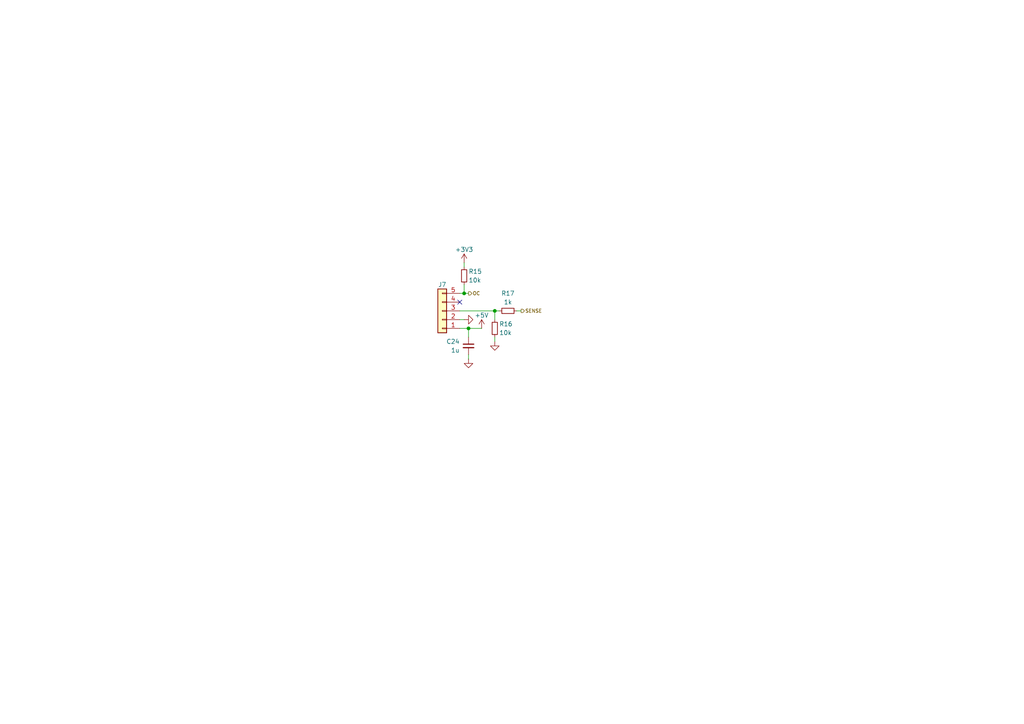
<source format=kicad_sch>
(kicad_sch (version 20250114) (generator "eeschema") (generator_version "9.0")
  (paper "A4")
  (lib_symbols
    (symbol "Connector_Generic:Conn_01x05" (pin_names (offset 1.016) (hide yes))
      (property "Reference" "J" (at 0 7.62 0))
      (property "Value" "Conn_01x05" (at 0 -7.62 0))
      (symbol "Conn_01x05_1_1"
        (rectangle (start -1.27 6.35) (end 1.27 -6.35) (stroke (width 0.254)) (fill (type background)))
        (rectangle (start -1.27 5.207) (end 0 4.953) (stroke (width 0.1524)))
        (rectangle (start -1.27 2.667) (end 0 2.413) (stroke (width 0.1524)))
        (rectangle (start -1.27 0.127) (end 0 -0.127) (stroke (width 0.1524)))
        (rectangle (start -1.27 -2.413) (end 0 -2.667) (stroke (width 0.1524)))
        (rectangle (start -1.27 -4.953) (end 0 -5.207) (stroke (width 0.1524)))
        (pin passive line (at -5.08 5.08 0) (length 3.81) (name "Pin_1") (number "1"))
        (pin passive line (at -5.08 2.54 0) (length 3.81) (name "Pin_2") (number "2"))
        (pin passive line (at -5.08 0 0) (length 3.81) (name "Pin_3") (number "3"))
        (pin passive line (at -5.08 -2.54 0) (length 3.81) (name "Pin_4") (number "4"))
        (pin passive line (at -5.08 -5.08 0) (length 3.81) (name "Pin_5") (number "5"))
      )
    )
    (symbol "Device:C_Small" (pin_numbers (hide yes)) (pin_names (offset 0.254) (hide yes))
      (property "Reference" "C" (at 0.254 1.778 0))
      (property "Value" "C_Small" (at 0.254 -2.032 0))
      (symbol "C_Small_0_1"
        (polyline (pts (xy -1.524 0.508) (xy 1.524 0.508)) (stroke (width 0.3048)))
        (polyline (pts (xy -1.524 -0.508) (xy 1.524 -0.508)) (stroke (width 0.3302)))
      )
      (symbol "C_Small_1_1"
        (pin passive line (at 0 2.54 270) (length 2.032) (name "~") (number "1"))
        (pin passive line (at 0 -2.54 90) (length 2.032) (name "~") (number "2"))
      )
    )
    (symbol "Device:R_Small" (pin_numbers (hide yes)) (pin_names (offset 0.254) (hide yes))
      (property "Reference" "R" (at 0 0 90))
      (property "Value" "R_Small" (at 1.778 0 90))
      (symbol "R_Small_0_1"
        (rectangle (start -0.762 1.778) (end 0.762 -1.778) (stroke (width 0.2032)))
      )
      (symbol "R_Small_1_1"
        (pin passive line (at 0 2.54 270) (length 0.762) (name "~") (number "1"))
        (pin passive line (at 0 -2.54 90) (length 0.762) (name "~") (number "2"))
      )
    )
    (symbol "power:+3V3" (power) (pin_numbers (hide yes)) (pin_names (offset 0) (hide yes))
      (property "Value" "+3V3" (at 0 3.556 0))
      (symbol "+3V3_0_1"
        (polyline (pts (xy -0.762 1.27) (xy 0 2.54)))
        (polyline (pts (xy 0 2.54) (xy 0.762 1.27)))
        (polyline (pts (xy 0 0) (xy 0 2.54)))
      )
      (symbol "+3V3_1_1"
        (pin power_in line (at 0 0 90) (length 0) (name "~") (number "1"))
      )
    )
    (symbol "power:+5V" (power) (pin_numbers (hide yes)) (pin_names (offset 0) (hide yes))
      (property "Value" "+5V" (at 0 3.556 0))
      (symbol "+5V_0_1"
        (polyline (pts (xy -0.762 1.27) (xy 0 2.54)))
        (polyline (pts (xy 0 2.54) (xy 0.762 1.27)))
        (polyline (pts (xy 0 0) (xy 0 2.54)))
      )
      (symbol "+5V_1_1"
        (pin power_in line (at 0 0 90) (length 0) (name "~") (number "1"))
      )
    )
    (symbol "power:GND" (power) (pin_numbers (hide yes)) (pin_names (offset 0) (hide yes))
      (property "Value" "GND" (at 0 -3.81 0))
      (symbol "GND_0_1"
        (polyline (pts (xy 0 0) (xy 0 -1.27) (xy 1.27 -1.27) (xy 0 -2.54) (xy -1.27 -1.27) (xy 0 -1.27)))
      )
      (symbol "GND_1_1"
        (pin power_in line (at 0 0 270) (length 0) (name "~") (number "1"))
      )
    )
  )
  (junction (at 134.62 85.09))
  (junction (at 135.89 95.25))
  (junction (at 143.51 90.17))
  (no_connect (at 133.35 87.63))
  (wire (pts (xy 144.78 90.17) (xy 143.51 90.17)))
  (wire (pts (xy 135.89 95.25) (xy 139.7 95.25)))
  (wire (pts (xy 133.35 92.71) (xy 134.62 92.71)))
  (wire (pts (xy 133.35 90.17) (xy 143.51 90.17)))
  (wire (pts (xy 143.51 97.79) (xy 143.51 99.06)))
  (wire (pts (xy 135.89 95.25) (xy 135.89 97.79)))
  (wire (pts (xy 134.62 85.09) (xy 135.89 85.09)))
  (wire (pts (xy 143.51 90.17) (xy 143.51 92.71)))
  (wire (pts (xy 133.35 95.25) (xy 135.89 95.25)))
  (wire (pts (xy 149.86 90.17) (xy 151.13 90.17)))
  (wire (pts (xy 135.89 102.87) (xy 135.89 104.14)))
  (wire (pts (xy 134.62 85.09) (xy 134.62 82.55)))
  (wire (pts (xy 133.35 85.09) (xy 134.62 85.09)))
  (wire (pts (xy 134.62 76.2) (xy 134.62 77.47)))
  (hierarchical_label "OC" (shape output) (at 135.89 85.09 0) (effects (font (size 1 1))))
  (hierarchical_label "SENSE" (shape output) (at 151.13 90.17 0) (effects (font (size 1 1))))
  (symbol (lib_id "Connector_Generic:Conn_01x05") (at 128.27 90.17 180) (unit 1)
    (property "Reference" "J7" (at 128.27 82.55 0))
    (property "Value" "Conn_01x05" (effects (hide yes)))
    (property "Footprint" "Connector_JST:JST_PH_S5B-PH-K_1x05_P2.00mm_Horizontal" (effects (hide yes)))
    (property "Description" "Generic connector, single row, 01x05, script generated (kicad-library-utils/schlib/autogen/connector/)" (effects (hide yes)))
    (property "Dist" "LCSC" (effects (hide yes)))
    (property "Dist #" "C157923" (effects (hide yes)))
    (property "Mfr" "JST" (effects (hide yes)))
    (property "Mfr #" "S5B-PH-K-S(LF)(SN)" (effects (hide yes)))
    (instances (project "bms_master" (path "" (reference "J7") (unit 1)) (path "" (reference "J8") (unit 1))))
  )
  (symbol (lib_id "power:GND") (at 135.89 104.14 0) (unit 1)
    (property "Reference" "#PWR029" (effects (hide yes)))
    (property "Value" "GND" (effects (hide yes)))
    (property "Description" "Power symbol creates a global label with name \"GND\" , ground" (effects (hide yes)))
    (instances (project "bms_master" (path "" (reference "#PWR029") (unit 1)) (path "" (reference "#PWR027") (unit 1))))
  )
  (symbol (lib_id "Device:R_Small") (at 143.51 95.25 0) (unit 1)
    (property "Reference" "R16" (at 144.78 93.98 0) (effects (justify left)))
    (property "Value" "10k" (at 144.78 96.52 0) (effects (justify left)))
    (property "Footprint" "Resistor_SMD:R_0603_1608Metric" (effects (hide yes)))
    (property "Description" "Resistor, small symbol" (effects (hide yes)))
    (property "Dist" "LCSC" (effects (hide yes)))
    (property "Dist #" "C25804" (effects (hide yes)))
    (property "Mfr" "Uni-Royal" (effects (hide yes)))
    (property "Mfr #" "0603WAF1002T5E" (effects (hide yes)))
    (instances (project "bms_master" (path "" (reference "R16") (unit 1)) (path "" (reference "R19") (unit 1))))
  )
  (symbol (lib_id "power:GND") (at 143.51 99.06 0) (unit 1)
    (property "Reference" "#PWR036" (effects (hide yes)))
    (property "Value" "GND" (effects (hide yes)))
    (property "Description" "Power symbol creates a global label with name \"GND\" , ground" (effects (hide yes)))
    (instances (project "bms_master" (path "" (reference "#PWR036") (unit 1)) (path "" (reference "#PWR037") (unit 1))))
  )
  (symbol (lib_id "power:GND") (at 134.62 92.71 90) (unit 1)
    (property "Reference" "#PWR024" (effects (hide yes)))
    (property "Value" "GND" (effects (hide yes)))
    (property "Description" "Power symbol creates a global label with name \"GND\" , ground" (effects (hide yes)))
    (instances (project "bms_master" (path "" (reference "#PWR024") (unit 1)) (path "" (reference "#PWR026") (unit 1))))
  )
  (symbol (lib_id "Device:R_Small") (at 147.32 90.17 90) (unit 1)
    (property "Reference" "R17" (at 147.32 85.09 90))
    (property "Value" "1k" (at 147.32 87.63 90))
    (property "Footprint" "Resistor_SMD:R_0603_1608Metric" (effects (hide yes)))
    (property "Description" "Resistor, small symbol" (effects (hide yes)))
    (property "Dist" "LCSC" (effects (hide yes)))
    (property "Dist #" "C21190" (effects (hide yes)))
    (property "Mfr" "Uni-Royal" (effects (hide yes)))
    (property "Mfr #" "0603WAF1001T5E" (effects (hide yes)))
    (instances (project "bms_master" (path "" (reference "R17") (unit 1)) (path "" (reference "R20") (unit 1))))
  )
  (symbol (lib_id "power:+3V3") (at 134.62 76.2 0) (unit 1)
    (property "Reference" "#PWR034" (effects (hide yes)))
    (property "Value" "+3V3" (at 134.62 72.39 0))
    (property "Description" "Power symbol creates a global label with name \"+3V3\"" (effects (hide yes)))
    (instances (project "bms_master" (path "" (reference "#PWR034") (unit 1)) (path "" (reference "#PWR025") (unit 1))))
  )
  (symbol (lib_id "power:+5V") (at 139.7 95.25 0) (unit 1)
    (property "Reference" "#PWR030" (effects (hide yes)))
    (property "Value" "+5V" (at 139.7 91.44 0))
    (property "Description" "Power symbol creates a global label with name \"+5V\"" (effects (hide yes)))
    (instances (project "bms_master" (path "" (reference "#PWR030") (unit 1)) (path "" (reference "#PWR028") (unit 1))))
  )
  (symbol (lib_id "Device:R_Small") (at 134.62 80.01 0) (unit 1)
    (property "Reference" "R15" (at 135.89 78.74 0) (effects (justify left)))
    (property "Value" "10k" (at 135.89 81.28 0) (effects (justify left)))
    (property "Footprint" "Resistor_SMD:R_0603_1608Metric" (effects (hide yes)))
    (property "Description" "Resistor, small symbol" (effects (hide yes)))
    (property "Dist" "LCSC" (effects (hide yes)))
    (property "Dist #" "C25804" (effects (hide yes)))
    (property "Mfr" "Uni-Royal" (effects (hide yes)))
    (property "Mfr #" "0603WAF1002T5E" (effects (hide yes)))
    (instances (project "bms_master" (path "" (reference "R15") (unit 1)) (path "" (reference "R18") (unit 1))))
  )
  (symbol (lib_id "Device:C_Small") (at 135.89 100.33 0) (mirror y) (unit 1)
    (property "Reference" "C24" (at 133.35 99.0662 0) (effects (justify left)))
    (property "Value" "1u" (at 133.35 101.6062 0) (effects (justify left)))
    (property "Footprint" "Capacitor_SMD:C_0603_1608Metric" (effects (hide yes)))
    (property "Description" "Unpolarized capacitor, small symbol" (effects (hide yes)))
    (property "Dist #" "C5199872" (effects (hide yes)))
    (property "Mfr" "Samsung" (effects (hide yes)))
    (property "Mfr #" "CL10B105KB8NQNC" (effects (hide yes)))
    (property "Dist" "LCSC" (effects (hide yes)))
    (instances (project "bms_master" (path "" (reference "C24") (unit 1)) (path "" (reference "C25") (unit 1))))
  )
)
</source>
